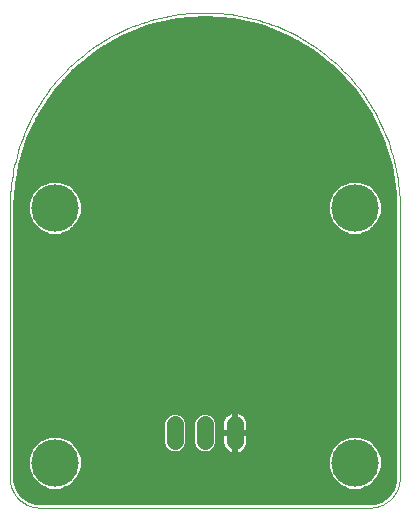
<source format=gbl>
G75*
%MOIN*%
%OFA0B0*%
%FSLAX25Y25*%
%IPPOS*%
%LPD*%
%AMOC8*
5,1,8,0,0,1.08239X$1,22.5*
%
%ADD10C,0.05543*%
%ADD11C,0.00000*%
%ADD12C,0.15811*%
%ADD13C,0.01600*%
D10*
X0061800Y0051234D02*
X0061800Y0056778D01*
X0071800Y0056778D02*
X0071800Y0051234D01*
X0081800Y0051234D02*
X0081800Y0056778D01*
D11*
X0126800Y0029006D02*
X0016800Y0029006D01*
X0016558Y0029009D01*
X0016317Y0029018D01*
X0016076Y0029032D01*
X0015835Y0029053D01*
X0015595Y0029079D01*
X0015355Y0029111D01*
X0015116Y0029149D01*
X0014879Y0029192D01*
X0014642Y0029242D01*
X0014407Y0029297D01*
X0014173Y0029357D01*
X0013941Y0029424D01*
X0013710Y0029495D01*
X0013481Y0029573D01*
X0013254Y0029656D01*
X0013029Y0029744D01*
X0012806Y0029838D01*
X0012586Y0029937D01*
X0012368Y0030042D01*
X0012153Y0030151D01*
X0011940Y0030266D01*
X0011730Y0030386D01*
X0011524Y0030511D01*
X0011320Y0030641D01*
X0011119Y0030776D01*
X0010922Y0030916D01*
X0010728Y0031060D01*
X0010538Y0031209D01*
X0010352Y0031363D01*
X0010169Y0031521D01*
X0009990Y0031683D01*
X0009815Y0031850D01*
X0009644Y0032021D01*
X0009477Y0032196D01*
X0009315Y0032375D01*
X0009157Y0032558D01*
X0009003Y0032744D01*
X0008854Y0032934D01*
X0008710Y0033128D01*
X0008570Y0033325D01*
X0008435Y0033526D01*
X0008305Y0033730D01*
X0008180Y0033936D01*
X0008060Y0034146D01*
X0007945Y0034359D01*
X0007836Y0034574D01*
X0007731Y0034792D01*
X0007632Y0035012D01*
X0007538Y0035235D01*
X0007450Y0035460D01*
X0007367Y0035687D01*
X0007289Y0035916D01*
X0007218Y0036147D01*
X0007151Y0036379D01*
X0007091Y0036613D01*
X0007036Y0036848D01*
X0006986Y0037085D01*
X0006943Y0037322D01*
X0006905Y0037561D01*
X0006873Y0037801D01*
X0006847Y0038041D01*
X0006826Y0038282D01*
X0006812Y0038523D01*
X0006803Y0038764D01*
X0006800Y0039006D01*
X0006800Y0129006D01*
X0006819Y0130589D01*
X0006877Y0132171D01*
X0006973Y0133751D01*
X0007108Y0135328D01*
X0007281Y0136901D01*
X0007493Y0138470D01*
X0007742Y0140033D01*
X0008030Y0141590D01*
X0008355Y0143139D01*
X0008718Y0144680D01*
X0009118Y0146211D01*
X0009556Y0147732D01*
X0010030Y0149243D01*
X0010542Y0150741D01*
X0011089Y0152226D01*
X0011672Y0153697D01*
X0012291Y0155154D01*
X0012946Y0156596D01*
X0013635Y0158021D01*
X0014359Y0159428D01*
X0015117Y0160818D01*
X0015908Y0162189D01*
X0016733Y0163540D01*
X0017590Y0164871D01*
X0018480Y0166180D01*
X0019401Y0167468D01*
X0020353Y0168732D01*
X0021335Y0169973D01*
X0022348Y0171190D01*
X0023390Y0172382D01*
X0024460Y0173548D01*
X0025559Y0174687D01*
X0026685Y0175800D01*
X0027838Y0176884D01*
X0029017Y0177941D01*
X0030221Y0178968D01*
X0031450Y0179966D01*
X0032703Y0180933D01*
X0033979Y0181870D01*
X0035278Y0182775D01*
X0036598Y0183649D01*
X0037939Y0184490D01*
X0039300Y0185298D01*
X0040680Y0186072D01*
X0042079Y0186813D01*
X0043496Y0187520D01*
X0044929Y0188192D01*
X0046378Y0188829D01*
X0047842Y0189430D01*
X0049321Y0189995D01*
X0050813Y0190525D01*
X0052317Y0191017D01*
X0053833Y0191473D01*
X0055359Y0191892D01*
X0056896Y0192274D01*
X0058441Y0192618D01*
X0059994Y0192925D01*
X0061554Y0193193D01*
X0063120Y0193424D01*
X0064691Y0193616D01*
X0066266Y0193770D01*
X0067845Y0193886D01*
X0069426Y0193963D01*
X0071009Y0194001D01*
X0072591Y0194001D01*
X0074174Y0193963D01*
X0075755Y0193886D01*
X0077334Y0193770D01*
X0078909Y0193616D01*
X0080480Y0193424D01*
X0082046Y0193193D01*
X0083606Y0192925D01*
X0085159Y0192618D01*
X0086704Y0192274D01*
X0088241Y0191892D01*
X0089767Y0191473D01*
X0091283Y0191017D01*
X0092787Y0190525D01*
X0094279Y0189995D01*
X0095758Y0189430D01*
X0097222Y0188829D01*
X0098671Y0188192D01*
X0100104Y0187520D01*
X0101521Y0186813D01*
X0102920Y0186072D01*
X0104300Y0185298D01*
X0105661Y0184490D01*
X0107002Y0183649D01*
X0108322Y0182775D01*
X0109621Y0181870D01*
X0110897Y0180933D01*
X0112150Y0179966D01*
X0113379Y0178968D01*
X0114583Y0177941D01*
X0115762Y0176884D01*
X0116915Y0175800D01*
X0118041Y0174687D01*
X0119140Y0173548D01*
X0120210Y0172382D01*
X0121252Y0171190D01*
X0122265Y0169973D01*
X0123247Y0168732D01*
X0124199Y0167468D01*
X0125120Y0166180D01*
X0126010Y0164871D01*
X0126867Y0163540D01*
X0127692Y0162189D01*
X0128483Y0160818D01*
X0129241Y0159428D01*
X0129965Y0158021D01*
X0130654Y0156596D01*
X0131309Y0155154D01*
X0131928Y0153697D01*
X0132511Y0152226D01*
X0133058Y0150741D01*
X0133570Y0149243D01*
X0134044Y0147732D01*
X0134482Y0146211D01*
X0134882Y0144680D01*
X0135245Y0143139D01*
X0135570Y0141590D01*
X0135858Y0140033D01*
X0136107Y0138470D01*
X0136319Y0136901D01*
X0136492Y0135328D01*
X0136627Y0133751D01*
X0136723Y0132171D01*
X0136781Y0130589D01*
X0136800Y0129006D01*
X0136800Y0039006D01*
X0136797Y0038764D01*
X0136788Y0038523D01*
X0136774Y0038282D01*
X0136753Y0038041D01*
X0136727Y0037801D01*
X0136695Y0037561D01*
X0136657Y0037322D01*
X0136614Y0037085D01*
X0136564Y0036848D01*
X0136509Y0036613D01*
X0136449Y0036379D01*
X0136382Y0036147D01*
X0136311Y0035916D01*
X0136233Y0035687D01*
X0136150Y0035460D01*
X0136062Y0035235D01*
X0135968Y0035012D01*
X0135869Y0034792D01*
X0135764Y0034574D01*
X0135655Y0034359D01*
X0135540Y0034146D01*
X0135420Y0033936D01*
X0135295Y0033730D01*
X0135165Y0033526D01*
X0135030Y0033325D01*
X0134890Y0033128D01*
X0134746Y0032934D01*
X0134597Y0032744D01*
X0134443Y0032558D01*
X0134285Y0032375D01*
X0134123Y0032196D01*
X0133956Y0032021D01*
X0133785Y0031850D01*
X0133610Y0031683D01*
X0133431Y0031521D01*
X0133248Y0031363D01*
X0133062Y0031209D01*
X0132872Y0031060D01*
X0132678Y0030916D01*
X0132481Y0030776D01*
X0132280Y0030641D01*
X0132076Y0030511D01*
X0131870Y0030386D01*
X0131660Y0030266D01*
X0131447Y0030151D01*
X0131232Y0030042D01*
X0131014Y0029937D01*
X0130794Y0029838D01*
X0130571Y0029744D01*
X0130346Y0029656D01*
X0130119Y0029573D01*
X0129890Y0029495D01*
X0129659Y0029424D01*
X0129427Y0029357D01*
X0129193Y0029297D01*
X0128958Y0029242D01*
X0128721Y0029192D01*
X0128484Y0029149D01*
X0128245Y0029111D01*
X0128005Y0029079D01*
X0127765Y0029053D01*
X0127524Y0029032D01*
X0127283Y0029018D01*
X0127042Y0029009D01*
X0126800Y0029006D01*
D12*
X0121800Y0044006D03*
X0121800Y0129006D03*
X0021800Y0129006D03*
X0021800Y0044006D03*
D13*
X0025340Y0035400D02*
X0118260Y0035400D01*
X0119949Y0034700D02*
X0116529Y0036117D01*
X0113911Y0038735D01*
X0112494Y0042155D01*
X0112494Y0045857D01*
X0113911Y0049277D01*
X0116529Y0051895D01*
X0119949Y0053311D01*
X0123651Y0053311D01*
X0127071Y0051895D01*
X0129689Y0049277D01*
X0131105Y0045857D01*
X0131105Y0042155D01*
X0129689Y0038735D01*
X0127071Y0036117D01*
X0123651Y0034700D01*
X0119949Y0034700D01*
X0115647Y0036998D02*
X0027953Y0036998D01*
X0027071Y0036117D02*
X0029689Y0038735D01*
X0031105Y0042155D01*
X0031105Y0045857D01*
X0029689Y0049277D01*
X0027071Y0051895D01*
X0023651Y0053311D01*
X0019949Y0053311D01*
X0016529Y0051895D01*
X0013911Y0049277D01*
X0012494Y0045857D01*
X0012494Y0042155D01*
X0013911Y0038735D01*
X0016529Y0036117D01*
X0019949Y0034700D01*
X0023651Y0034700D01*
X0027071Y0036117D01*
X0029551Y0038597D02*
X0114049Y0038597D01*
X0113306Y0040195D02*
X0030294Y0040195D01*
X0030956Y0041794D02*
X0112644Y0041794D01*
X0112494Y0043393D02*
X0031105Y0043393D01*
X0031105Y0044991D02*
X0112494Y0044991D01*
X0112798Y0046590D02*
X0030802Y0046590D01*
X0030140Y0048188D02*
X0058947Y0048188D01*
X0059437Y0047698D02*
X0060970Y0047063D01*
X0062630Y0047063D01*
X0064163Y0047698D01*
X0065337Y0048871D01*
X0065972Y0050404D01*
X0065972Y0057607D01*
X0065337Y0059141D01*
X0064163Y0060314D01*
X0062630Y0060949D01*
X0060970Y0060949D01*
X0059437Y0060314D01*
X0058263Y0059141D01*
X0057628Y0057607D01*
X0057628Y0050404D01*
X0058263Y0048871D01*
X0059437Y0047698D01*
X0057884Y0049787D02*
X0029179Y0049787D01*
X0027581Y0051385D02*
X0057628Y0051385D01*
X0057628Y0052984D02*
X0024442Y0052984D01*
X0019158Y0052984D02*
X0008600Y0052984D01*
X0008600Y0054582D02*
X0057628Y0054582D01*
X0057628Y0056181D02*
X0008600Y0056181D01*
X0008600Y0057779D02*
X0057699Y0057779D01*
X0058500Y0059378D02*
X0008600Y0059378D01*
X0008600Y0060976D02*
X0079970Y0060976D01*
X0080045Y0061014D02*
X0079404Y0060688D01*
X0078822Y0060265D01*
X0078313Y0059756D01*
X0077890Y0059174D01*
X0077563Y0058532D01*
X0077341Y0057848D01*
X0077228Y0057137D01*
X0077228Y0054092D01*
X0081714Y0054092D01*
X0081714Y0061349D01*
X0081440Y0061349D01*
X0080729Y0061237D01*
X0080045Y0061014D01*
X0081714Y0060976D02*
X0081886Y0060976D01*
X0081886Y0061349D02*
X0081886Y0054092D01*
X0081714Y0054092D01*
X0081714Y0053920D01*
X0077228Y0053920D01*
X0077228Y0050874D01*
X0077341Y0050164D01*
X0077563Y0049479D01*
X0077890Y0048838D01*
X0078313Y0048256D01*
X0078822Y0047747D01*
X0079404Y0047324D01*
X0080045Y0046998D01*
X0080729Y0046775D01*
X0081440Y0046663D01*
X0081714Y0046663D01*
X0081714Y0053920D01*
X0081886Y0053920D01*
X0081886Y0054092D01*
X0086372Y0054092D01*
X0086372Y0057137D01*
X0086259Y0057848D01*
X0086037Y0058532D01*
X0085710Y0059174D01*
X0085287Y0059756D01*
X0084778Y0060265D01*
X0084196Y0060688D01*
X0083555Y0061014D01*
X0082871Y0061237D01*
X0082160Y0061349D01*
X0081886Y0061349D01*
X0083630Y0060976D02*
X0135000Y0060976D01*
X0135000Y0059378D02*
X0085562Y0059378D01*
X0086270Y0057779D02*
X0135000Y0057779D01*
X0135000Y0056181D02*
X0086372Y0056181D01*
X0086372Y0054582D02*
X0135000Y0054582D01*
X0135000Y0052984D02*
X0124442Y0052984D01*
X0127581Y0051385D02*
X0135000Y0051385D01*
X0135000Y0049787D02*
X0129179Y0049787D01*
X0130140Y0048188D02*
X0135000Y0048188D01*
X0135000Y0046590D02*
X0130802Y0046590D01*
X0131105Y0044991D02*
X0135000Y0044991D01*
X0135000Y0043393D02*
X0131105Y0043393D01*
X0130956Y0041794D02*
X0135000Y0041794D01*
X0135000Y0040195D02*
X0130294Y0040195D01*
X0129551Y0038597D02*
X0134968Y0038597D01*
X0135000Y0039006D02*
X0134899Y0037723D01*
X0134106Y0035283D01*
X0132598Y0033208D01*
X0130523Y0031700D01*
X0128083Y0030907D01*
X0126800Y0030806D01*
X0016800Y0030806D01*
X0015517Y0030907D01*
X0013077Y0031700D01*
X0011002Y0033208D01*
X0009494Y0035283D01*
X0008701Y0037723D01*
X0008600Y0039006D01*
X0008600Y0039263D01*
X0008600Y0129006D01*
X0008777Y0133729D01*
X0010185Y0143069D01*
X0012969Y0152095D01*
X0017067Y0160606D01*
X0022388Y0168410D01*
X0028813Y0175335D01*
X0036198Y0181224D01*
X0044379Y0185947D01*
X0053171Y0189398D01*
X0062381Y0191500D01*
X0071800Y0192206D01*
X0081219Y0191500D01*
X0090429Y0189398D01*
X0099221Y0185947D01*
X0107402Y0181224D01*
X0114787Y0175335D01*
X0114787Y0175335D01*
X0121212Y0168410D01*
X0126533Y0160606D01*
X0130631Y0152095D01*
X0133415Y0143069D01*
X0134823Y0133729D01*
X0135000Y0129006D01*
X0135000Y0039006D01*
X0134664Y0036998D02*
X0127953Y0036998D01*
X0125340Y0035400D02*
X0134144Y0035400D01*
X0133030Y0033801D02*
X0010570Y0033801D01*
X0009456Y0035400D02*
X0018260Y0035400D01*
X0015647Y0036998D02*
X0008936Y0036998D01*
X0008632Y0038597D02*
X0014049Y0038597D01*
X0013306Y0040195D02*
X0008600Y0040195D01*
X0008600Y0041794D02*
X0012644Y0041794D01*
X0012494Y0043393D02*
X0008600Y0043393D01*
X0008600Y0044991D02*
X0012494Y0044991D01*
X0012798Y0046590D02*
X0008600Y0046590D01*
X0008600Y0048188D02*
X0013460Y0048188D01*
X0014421Y0049787D02*
X0008600Y0049787D01*
X0008600Y0051385D02*
X0016019Y0051385D01*
X0008600Y0062575D02*
X0135000Y0062575D01*
X0135000Y0064173D02*
X0008600Y0064173D01*
X0008600Y0065772D02*
X0135000Y0065772D01*
X0135000Y0067370D02*
X0008600Y0067370D01*
X0008600Y0068969D02*
X0135000Y0068969D01*
X0135000Y0070567D02*
X0008600Y0070567D01*
X0008600Y0072166D02*
X0135000Y0072166D01*
X0135000Y0073764D02*
X0008600Y0073764D01*
X0008600Y0075363D02*
X0135000Y0075363D01*
X0135000Y0076961D02*
X0008600Y0076961D01*
X0008600Y0078560D02*
X0135000Y0078560D01*
X0135000Y0080158D02*
X0008600Y0080158D01*
X0008600Y0081757D02*
X0135000Y0081757D01*
X0135000Y0083355D02*
X0008600Y0083355D01*
X0008600Y0084954D02*
X0135000Y0084954D01*
X0135000Y0086552D02*
X0008600Y0086552D01*
X0008600Y0088151D02*
X0135000Y0088151D01*
X0135000Y0089749D02*
X0008600Y0089749D01*
X0008600Y0091348D02*
X0135000Y0091348D01*
X0135000Y0092946D02*
X0008600Y0092946D01*
X0008600Y0094545D02*
X0135000Y0094545D01*
X0135000Y0096143D02*
X0008600Y0096143D01*
X0008600Y0097742D02*
X0135000Y0097742D01*
X0135000Y0099340D02*
X0008600Y0099340D01*
X0008600Y0100939D02*
X0135000Y0100939D01*
X0135000Y0102537D02*
X0008600Y0102537D01*
X0008600Y0104136D02*
X0135000Y0104136D01*
X0135000Y0105734D02*
X0008600Y0105734D01*
X0008600Y0107333D02*
X0135000Y0107333D01*
X0135000Y0108931D02*
X0008600Y0108931D01*
X0008600Y0110530D02*
X0135000Y0110530D01*
X0135000Y0112128D02*
X0008600Y0112128D01*
X0008600Y0113727D02*
X0135000Y0113727D01*
X0135000Y0115326D02*
X0008600Y0115326D01*
X0008600Y0116924D02*
X0135000Y0116924D01*
X0135000Y0118523D02*
X0008600Y0118523D01*
X0008600Y0120121D02*
X0018933Y0120121D01*
X0019949Y0119700D02*
X0023651Y0119700D01*
X0027071Y0121117D01*
X0029689Y0123735D01*
X0031105Y0127155D01*
X0031105Y0130857D01*
X0029689Y0134277D01*
X0027071Y0136895D01*
X0023651Y0138311D01*
X0019949Y0138311D01*
X0016529Y0136895D01*
X0013911Y0134277D01*
X0012494Y0130857D01*
X0012494Y0127155D01*
X0013911Y0123735D01*
X0016529Y0121117D01*
X0019949Y0119700D01*
X0015926Y0121720D02*
X0008600Y0121720D01*
X0008600Y0123318D02*
X0014328Y0123318D01*
X0013422Y0124917D02*
X0008600Y0124917D01*
X0008600Y0126515D02*
X0012759Y0126515D01*
X0012494Y0128114D02*
X0008600Y0128114D01*
X0008626Y0129712D02*
X0012494Y0129712D01*
X0012682Y0131311D02*
X0008686Y0131311D01*
X0008746Y0132909D02*
X0013345Y0132909D01*
X0014142Y0134508D02*
X0008894Y0134508D01*
X0009135Y0136106D02*
X0015740Y0136106D01*
X0018484Y0137705D02*
X0009376Y0137705D01*
X0009617Y0139303D02*
X0133983Y0139303D01*
X0134224Y0137705D02*
X0125116Y0137705D01*
X0123651Y0138311D02*
X0119949Y0138311D01*
X0116529Y0136895D01*
X0113911Y0134277D01*
X0112494Y0130857D01*
X0112494Y0127155D01*
X0113911Y0123735D01*
X0116529Y0121117D01*
X0119949Y0119700D01*
X0123651Y0119700D01*
X0127071Y0121117D01*
X0129689Y0123735D01*
X0131105Y0127155D01*
X0131105Y0130857D01*
X0129689Y0134277D01*
X0127071Y0136895D01*
X0123651Y0138311D01*
X0127860Y0136106D02*
X0134465Y0136106D01*
X0134706Y0134508D02*
X0129458Y0134508D01*
X0130255Y0132909D02*
X0134854Y0132909D01*
X0134914Y0131311D02*
X0130918Y0131311D01*
X0131105Y0129712D02*
X0134974Y0129712D01*
X0135000Y0128114D02*
X0131105Y0128114D01*
X0130840Y0126515D02*
X0135000Y0126515D01*
X0135000Y0124917D02*
X0130178Y0124917D01*
X0129272Y0123318D02*
X0135000Y0123318D01*
X0135000Y0121720D02*
X0127674Y0121720D01*
X0124667Y0120121D02*
X0135000Y0120121D01*
X0133742Y0140902D02*
X0009858Y0140902D01*
X0010099Y0142500D02*
X0133501Y0142500D01*
X0133098Y0144099D02*
X0010502Y0144099D01*
X0010995Y0145697D02*
X0132605Y0145697D01*
X0132112Y0147296D02*
X0011488Y0147296D01*
X0011981Y0148894D02*
X0131619Y0148894D01*
X0131126Y0150493D02*
X0012474Y0150493D01*
X0012967Y0152091D02*
X0130633Y0152091D01*
X0129863Y0153690D02*
X0013737Y0153690D01*
X0014506Y0155288D02*
X0129094Y0155288D01*
X0128324Y0156887D02*
X0015276Y0156887D01*
X0016046Y0158485D02*
X0127554Y0158485D01*
X0126784Y0160084D02*
X0016816Y0160084D01*
X0017801Y0161682D02*
X0125799Y0161682D01*
X0124709Y0163281D02*
X0018891Y0163281D01*
X0019981Y0164879D02*
X0123619Y0164879D01*
X0122529Y0166478D02*
X0021071Y0166478D01*
X0022160Y0168076D02*
X0121440Y0168076D01*
X0120039Y0169675D02*
X0023561Y0169675D01*
X0025045Y0171273D02*
X0118555Y0171273D01*
X0117072Y0172872D02*
X0026528Y0172872D01*
X0028011Y0174470D02*
X0115589Y0174470D01*
X0113866Y0176069D02*
X0029734Y0176069D01*
X0031738Y0177667D02*
X0111862Y0177667D01*
X0109857Y0179266D02*
X0033743Y0179266D01*
X0035747Y0180864D02*
X0107853Y0180864D01*
X0105256Y0182463D02*
X0038344Y0182463D01*
X0041113Y0184062D02*
X0102487Y0184062D01*
X0099719Y0185660D02*
X0043881Y0185660D01*
X0047720Y0187259D02*
X0095880Y0187259D01*
X0091807Y0188857D02*
X0051793Y0188857D01*
X0057804Y0190456D02*
X0085796Y0190456D01*
X0073826Y0192054D02*
X0069774Y0192054D01*
X0027860Y0136106D02*
X0115740Y0136106D01*
X0114142Y0134508D02*
X0029458Y0134508D01*
X0030255Y0132909D02*
X0113345Y0132909D01*
X0112682Y0131311D02*
X0030918Y0131311D01*
X0031105Y0129712D02*
X0112494Y0129712D01*
X0112494Y0128114D02*
X0031105Y0128114D01*
X0030840Y0126515D02*
X0112759Y0126515D01*
X0113422Y0124917D02*
X0030178Y0124917D01*
X0029272Y0123318D02*
X0114328Y0123318D01*
X0115926Y0121720D02*
X0027674Y0121720D01*
X0024667Y0120121D02*
X0118933Y0120121D01*
X0118484Y0137705D02*
X0025116Y0137705D01*
X0069437Y0060314D02*
X0068263Y0059141D01*
X0067628Y0057607D01*
X0067628Y0050404D01*
X0068263Y0048871D01*
X0069437Y0047698D01*
X0070970Y0047063D01*
X0072630Y0047063D01*
X0074163Y0047698D01*
X0075337Y0048871D01*
X0075972Y0050404D01*
X0075972Y0057607D01*
X0075337Y0059141D01*
X0074163Y0060314D01*
X0072630Y0060949D01*
X0070970Y0060949D01*
X0069437Y0060314D01*
X0068500Y0059378D02*
X0065100Y0059378D01*
X0065901Y0057779D02*
X0067699Y0057779D01*
X0067628Y0056181D02*
X0065972Y0056181D01*
X0065972Y0054582D02*
X0067628Y0054582D01*
X0067628Y0052984D02*
X0065972Y0052984D01*
X0065972Y0051385D02*
X0067628Y0051385D01*
X0067884Y0049787D02*
X0065716Y0049787D01*
X0064653Y0048188D02*
X0068947Y0048188D01*
X0074653Y0048188D02*
X0078381Y0048188D01*
X0077463Y0049787D02*
X0075716Y0049787D01*
X0075972Y0051385D02*
X0077228Y0051385D01*
X0077228Y0052984D02*
X0075972Y0052984D01*
X0075972Y0054582D02*
X0077228Y0054582D01*
X0077228Y0056181D02*
X0075972Y0056181D01*
X0075901Y0057779D02*
X0077330Y0057779D01*
X0078038Y0059378D02*
X0075100Y0059378D01*
X0081714Y0059378D02*
X0081886Y0059378D01*
X0081886Y0057779D02*
X0081714Y0057779D01*
X0081714Y0056181D02*
X0081886Y0056181D01*
X0081886Y0054582D02*
X0081714Y0054582D01*
X0081886Y0053920D02*
X0086372Y0053920D01*
X0086372Y0050874D01*
X0086259Y0050164D01*
X0086037Y0049479D01*
X0085710Y0048838D01*
X0085287Y0048256D01*
X0084778Y0047747D01*
X0084196Y0047324D01*
X0083555Y0046998D01*
X0082871Y0046775D01*
X0082160Y0046663D01*
X0081886Y0046663D01*
X0081886Y0053920D01*
X0081886Y0052984D02*
X0081714Y0052984D01*
X0081714Y0051385D02*
X0081886Y0051385D01*
X0081886Y0049787D02*
X0081714Y0049787D01*
X0081714Y0048188D02*
X0081886Y0048188D01*
X0085219Y0048188D02*
X0113460Y0048188D01*
X0114421Y0049787D02*
X0086137Y0049787D01*
X0086372Y0051385D02*
X0116019Y0051385D01*
X0119158Y0052984D02*
X0086372Y0052984D01*
X0131215Y0032203D02*
X0012385Y0032203D01*
M02*

</source>
